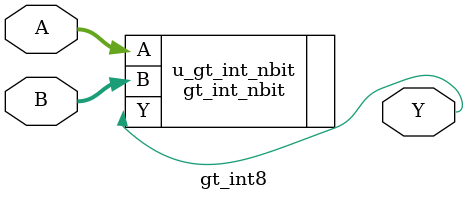
<source format=v>

module gt_int8 #(
    parameter WIDTH = 8
)(
    input [WIDTH-1:0] A,
    input [WIDTH-1:0] B,
    output Y
);

    gt_int_nbit #(
        .WIDTH(WIDTH)
    ) u_gt_int_nbit (
        .A(A),
        .B(B),
        .Y(Y)
    );

endmodule
</source>
